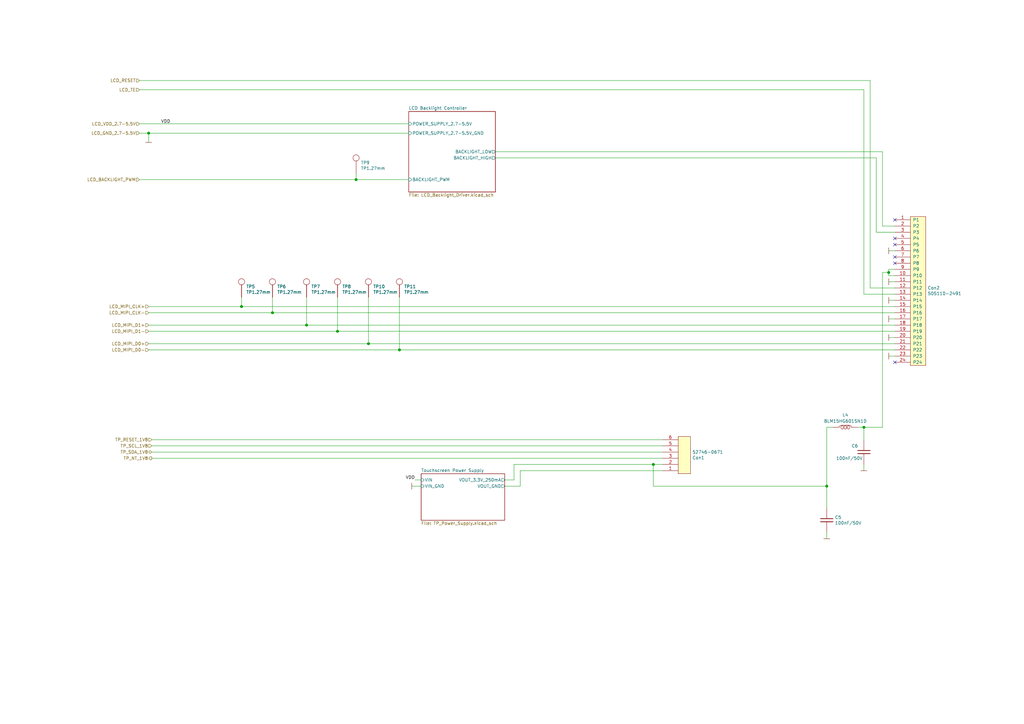
<source format=kicad_sch>
(kicad_sch (version 20211123) (generator eeschema)
  (paper "A3")
  (title_block (title "LCD MiPi and Touchscreen module") (date "2020-12-19") (rev "V1.0") (company "Embedded System Labs") (comment 1 "PH720128T004-ZBC02") (comment 2 "5.0 IPS 720X1280 MIPI +CTP"))
  (lib_symbols
    (symbol "Capacitors_Smd0603:100n" (pin_numbers hide) (pin_names (offset 0.254))
      (property "Reference" "C" (at 1.27 2.54 0))
      (property "Value" "100n" (at 1.27 -2.54 0))
      (symbol "100n_0_1"
        (polyline (pts (xy 2.54 -0.635) (xy -2.54 -0.635) (xy -2.54 -0.635)) (stroke (width 0.3048)))
        (polyline (pts (xy 2.54 0.635) (xy -2.54 0.635) (xy -2.54 0.635)) (stroke (width 0.3048)))
      )
      (symbol "100n_1_1"
        (pin passive line (at 0 5.08 270) (length 4.4704) (name "~") (number "1"))
        (pin passive line (at 0 -5.08 90) (length 4.4704) (name "~") (number "2"))
      )
    )
    (symbol "Fpc_Connectors:24pin_505110-2491_0.5mm" (pin_names (offset 1.016))
      (property "Reference" "Con" (at 3.81 31.75 0))
      (property "Value" "24pin_505110-2491_0.5mm" (at 10.16 -2.54 90))
      (symbol "24pin_505110-2491_0.5mm_0_1"
        (rectangle (start 0 30.48) (end 6.35 -30.48) (fill (type background)))
      )
      (symbol "24pin_505110-2491_0.5mm_1_1"
        (pin passive line (at -6.35 29.21 0) (length 6.35) (name "P1") (number "1"))
        (pin passive line (at -6.35 6.35 0) (length 6.35) (name "P10") (number "10"))
        (pin passive line (at -6.35 3.81 0) (length 6.35) (name "P11") (number "11"))
        (pin passive line (at -6.35 1.27 0) (length 6.35) (name "P12") (number "12"))
        (pin passive line (at -6.35 -1.27 0) (length 6.35) (name "P13") (number "13"))
        (pin passive line (at -6.35 -3.81 0) (length 6.35) (name "P14") (number "14"))
        (pin passive line (at -6.35 -6.35 0) (length 6.35) (name "P15") (number "15"))
        (pin passive line (at -6.35 -8.89 0) (length 6.35) (name "P16") (number "16"))
        (pin passive line (at -6.35 -11.43 0) (length 6.35) (name "P17") (number "17"))
        (pin passive line (at -6.35 -13.97 0) (length 6.35) (name "P18") (number "18"))
        (pin passive line (at -6.35 -16.51 0) (length 6.35) (name "P19") (number "19"))
        (pin passive line (at -6.35 26.67 0) (length 6.35) (name "P2") (number "2"))
        (pin passive line (at -6.35 -19.05 0) (length 6.35) (name "P20") (number "20"))
        (pin passive line (at -6.35 -21.59 0) (length 6.35) (name "P21") (number "21"))
        (pin passive line (at -6.35 -24.13 0) (length 6.35) (name "P22") (number "22"))
        (pin passive line (at -6.35 -26.67 0) (length 6.35) (name "P23") (number "23"))
        (pin passive line (at -6.35 -29.21 0) (length 6.35) (name "P24") (number "24"))
        (pin passive line (at -6.35 24.13 0) (length 6.35) (name "P3") (number "3"))
        (pin passive line (at -6.35 21.59 0) (length 6.35) (name "P4") (number "4"))
        (pin passive line (at -6.35 19.05 0) (length 6.35) (name "P5") (number "5"))
        (pin passive line (at -6.35 16.51 0) (length 6.35) (name "P6") (number "6"))
        (pin passive line (at -6.35 13.97 0) (length 6.35) (name "P7") (number "7"))
        (pin passive line (at -6.35 11.43 0) (length 6.35) (name "P8") (number "8"))
        (pin passive line (at -6.35 8.89 0) (length 6.35) (name "P9") (number "9"))
      )
    )
    (symbol "Fpc_Connectors:52746-0671" (pin_names (offset 1.016) hide)
      (property "Reference" "Con" (at 6.35 0 90))
      (property "Value" "52746-0671" (at 3.81 0 90))
      (symbol "52746-0671_1_1"
        (rectangle (start 0 7.62) (end 5.08 -7.62) (fill (type background)))
        (pin passive line (at -6.35 6.35 0) (length 6.35) (name "P1") (number "1"))
        (pin passive line (at -6.35 3.81 0) (length 6.35) (name "P2") (number "2"))
        (pin passive line (at -6.35 1.27 0) (length 6.35) (name "P3") (number "3"))
        (pin passive line (at -6.35 -1.27 0) (length 6.35) (name "P4") (number "4"))
        (pin passive line (at -6.35 -3.81 0) (length 6.35) (name "P5") (number "5"))
        (pin passive line (at -6.35 -6.35 0) (length 6.35) (name "P6") (number "6"))
      )
    )
    (symbol "Inductors:BLM15HG601SN1D" (pin_numbers hide) (pin_names (offset 1.016) hide)
      (property "Reference" "L" (at -2.54 0 90))
      (property "Value" "BLM15HG601SN1D" (at 2.54 0 90))
      (symbol "BLM15HG601SN1D_1_1"
        (arc (start -0.762 -1.27) (mid 0 -1.8192) (end 0.762 -1.27))
        (arc (start -0.762 0) (mid 0 -0.5492) (end 0.762 0))
        (arc (start -0.762 1.27) (mid 0 0.7208) (end 0.762 1.27))
        (arc (start 0 -2.54) (mid 0.6706 -2.0788) (end 0.762 -1.27))
        (arc (start 0.762 -1.27) (mid 0 -0.7208) (end -0.762 -1.27))
        (arc (start 0.762 -1.27) (mid 0.872 -0.635) (end 0.762 0))
        (arc (start 0.762 0) (mid 0 0.5492) (end -0.762 0))
        (arc (start 0.762 0) (mid 0.9119 0.635) (end 0.762 1.27))
        (arc (start 0.762 1.27) (mid 0 1.8192) (end -0.762 1.27))
        (arc (start 0.762 1.27) (mid 0.688 2.0892) (end 0 2.54))
        (pin passive line (at 0 5.08 270) (length 2.54) (name "1") (number "1"))
        (pin passive line (at 0 -5.08 90) (length 2.54) (name "2") (number "2"))
      )
    )
    (symbol "Test_Points:Test_Point_1.27mm" (pin_numbers hide) (pin_names (offset 0) hide)
      (property "Reference" "TP" (at 0 -2.54 0))
      (property "Value" "Test_Point_1.27mm" (at 0 2.54 0))
      (symbol "Test_Point_1.27mm_0_1"
        (circle (center 0 0) (radius 1.27))
      )
      (symbol "Test_Point_1.27mm_1_1"
        (pin passive line (at 6.35 0 180) (length 5.08) (name "TP") (number "1"))
      )
    )
    (symbol "power:GND" (power) (pin_names (offset 0))
      (symbol "GND_0_1"
        (polyline (pts (xy -1.27 0) (xy 1.27 0)))
      )
      (symbol "GND_1_1"
        (pin power_in line (at 0 0 180) (length 0) hide (name "GND") (number "1"))
      )
    )
  )
  (junction (at 163.83 143.51) (diameter 1.016))
  (junction (at 146.05 73.66) (diameter 1.016))
  (junction (at 111.76 128.27) (diameter 1.016))
  (junction (at 339.09 199.39) (diameter 1.016))
  (junction (at 151.13 140.97) (diameter 1.016))
  (junction (at 267.97 190.5) (diameter 1.016))
  (junction (at 125.73 133.35) (diameter 1.016))
  (junction (at 364.49 111.76) (diameter 1.016))
  (junction (at 138.43 135.89) (diameter 1.016))
  (junction (at 354.33 175.26) (diameter 1.016))
  (junction (at 99.06 125.73) (diameter 1.016))
  (junction (at 60.96 54.61) (diameter 1.016))
  (no_connect (at 367.03 97.79))
  (no_connect (at 367.03 100.33))
  (no_connect (at 367.03 90.17))
  (no_connect (at 367.03 105.41))
  (no_connect (at 367.03 148.59))
  (no_connect (at 367.03 107.95))
  (wire (pts (xy 267.97 190.5) (xy 271.78 190.5)))
  (wire (pts (xy 354.33 175.26) (xy 361.95 175.26)))
  (wire (pts (xy 125.73 133.35) (xy 60.96 133.35)))
  (wire (pts (xy 367.03 133.35) (xy 125.73 133.35)))
  (wire (pts (xy 361.95 62.23) (xy 361.95 92.71)))
  (wire (pts (xy 339.09 175.26) (xy 339.09 199.39)))
  (wire (pts (xy 151.13 121.92) (xy 151.13 140.97)))
  (wire (pts (xy 367.03 113.03) (xy 364.49 113.03)))
  (wire (pts (xy 364.49 123.19) (xy 367.03 123.19)))
  (wire (pts (xy 99.06 121.92) (xy 99.06 125.73)))
  (wire (pts (xy 354.33 120.65) (xy 367.03 120.65)))
  (wire (pts (xy 146.05 71.12) (xy 146.05 73.66)))
  (wire (pts (xy 99.06 125.73) (xy 60.96 125.73)))
  (wire (pts (xy 367.03 125.73) (xy 99.06 125.73)))
  (wire (pts (xy 364.49 102.87) (xy 367.03 102.87)))
  (wire (pts (xy 62.23 185.42) (xy 271.78 185.42)))
  (wire (pts (xy 62.23 180.34) (xy 271.78 180.34)))
  (wire (pts (xy 172.72 196.85) (xy 170.18 196.85)))
  (wire (pts (xy 364.49 110.49) (xy 367.03 110.49)))
  (wire (pts (xy 125.73 121.92) (xy 125.73 133.35)))
  (wire (pts (xy 354.33 180.34) (xy 354.33 175.26)))
  (wire (pts (xy 364.49 113.03) (xy 364.49 111.76)))
  (wire (pts (xy 163.83 121.92) (xy 163.83 143.51)))
  (wire (pts (xy 361.95 92.71) (xy 367.03 92.71)))
  (wire (pts (xy 339.09 220.98) (xy 339.09 218.44)))
  (wire (pts (xy 60.96 54.61) (xy 60.96 58.42)))
  (wire (pts (xy 60.96 54.61) (xy 57.15 54.61)))
  (wire (pts (xy 364.49 111.76) (xy 361.95 111.76)))
  (wire (pts (xy 354.33 36.83) (xy 57.15 36.83)))
  (wire (pts (xy 364.49 111.76) (xy 364.49 110.49)))
  (wire (pts (xy 361.95 111.76) (xy 361.95 175.26)))
  (wire (pts (xy 271.78 193.04) (xy 213.36 193.04)))
  (wire (pts (xy 367.03 118.11) (xy 356.87 118.11)))
  (wire (pts (xy 203.2 64.77) (xy 359.41 64.77)))
  (wire (pts (xy 364.49 146.05) (xy 367.03 146.05)))
  (wire (pts (xy 172.72 199.39) (xy 168.91 199.39)))
  (wire (pts (xy 354.33 120.65) (xy 354.33 36.83)))
  (wire (pts (xy 213.36 199.39) (xy 213.36 193.04)))
  (wire (pts (xy 364.49 130.81) (xy 367.03 130.81)))
  (wire (pts (xy 60.96 54.61) (xy 167.64 54.61)))
  (wire (pts (xy 138.43 121.92) (xy 138.43 135.89)))
  (wire (pts (xy 271.78 182.88) (xy 62.23 182.88)))
  (wire (pts (xy 207.01 199.39) (xy 213.36 199.39)))
  (wire (pts (xy 339.09 175.26) (xy 341.63 175.26)))
  (wire (pts (xy 210.82 196.85) (xy 207.01 196.85)))
  (wire (pts (xy 339.09 199.39) (xy 339.09 208.28)))
  (wire (pts (xy 111.76 128.27) (xy 60.96 128.27)))
  (wire (pts (xy 367.03 128.27) (xy 111.76 128.27)))
  (wire (pts (xy 267.97 199.39) (xy 339.09 199.39)))
  (wire (pts (xy 364.49 138.43) (xy 367.03 138.43)))
  (wire (pts (xy 367.03 143.51) (xy 163.83 143.51)))
  (wire (pts (xy 163.83 143.51) (xy 60.96 143.51)))
  (wire (pts (xy 354.33 193.04) (xy 354.33 190.5)))
  (wire (pts (xy 354.33 175.26) (xy 351.79 175.26)))
  (wire (pts (xy 210.82 190.5) (xy 210.82 196.85)))
  (wire (pts (xy 364.49 115.57) (xy 367.03 115.57)))
  (wire (pts (xy 359.41 95.25) (xy 359.41 64.77)))
  (wire (pts (xy 62.23 187.96) (xy 271.78 187.96)))
  (wire (pts (xy 267.97 199.39) (xy 267.97 190.5)))
  (wire (pts (xy 367.03 140.97) (xy 151.13 140.97)))
  (wire (pts (xy 151.13 140.97) (xy 60.96 140.97)))
  (wire (pts (xy 146.05 73.66) (xy 57.15 73.66)))
  (wire (pts (xy 167.64 73.66) (xy 146.05 73.66)))
  (wire (pts (xy 367.03 95.25) (xy 359.41 95.25)))
  (wire (pts (xy 367.03 135.89) (xy 138.43 135.89)))
  (wire (pts (xy 138.43 135.89) (xy 60.96 135.89)))
  (wire (pts (xy 210.82 190.5) (xy 267.97 190.5)))
  (wire (pts (xy 111.76 121.92) (xy 111.76 128.27)))
  (wire (pts (xy 57.15 50.8) (xy 167.64 50.8)))
  (wire (pts (xy 356.87 118.11) (xy 356.87 33.02)))
  (wire (pts (xy 203.2 62.23) (xy 361.95 62.23)))
  (wire (pts (xy 57.15 33.02) (xy 356.87 33.02)))
  (label "VDD" (at 66.04 50.8 0))
  (label "VDD" (at 170.18 196.85 180))
  (hierarchical_label "LCD_MIPI_CLK-" (shape input) (at 60.96 128.27 180))
  (hierarchical_label "LCD_GND_2.7-5.5V" (shape input) (at 57.15 54.61 180))
  (hierarchical_label "TP_RESET_1V8" (shape input) (at 62.23 180.34 180))
  (hierarchical_label "TP_NT_1V8" (shape output) (at 62.23 187.96 180))
  (hierarchical_label "LCD_RESET" (shape input) (at 57.15 33.02 180))
  (hierarchical_label "TP_SDA_1V8" (shape bidirectional) (at 62.23 185.42 180))
  (hierarchical_label "LCD_MIPI_D1-" (shape input) (at 60.96 135.89 180))
  (hierarchical_label "LCD_VDD_2.7-5.5V" (shape input) (at 57.15 50.8 180))
  (hierarchical_label "LCD_BACKLIGHT_PWM" (shape input) (at 57.15 73.66 180))
  (hierarchical_label "LCD_MIPI_D0-" (shape input) (at 60.96 143.51 180))
  (hierarchical_label "LCD_TE" (shape input) (at 57.15 36.83 180))
  (hierarchical_label "LCD_MIPI_D1+" (shape input) (at 60.96 133.35 180))
  (hierarchical_label "LCD_MIPI_CLK+" (shape input) (at 60.96 125.73 180))
  (hierarchical_label "LCD_MIPI_D0+" (shape input) (at 60.96 140.97 180))
  (hierarchical_label "TP_SCL_1V8" (shape input) (at 62.23 182.88 180))
  (symbol (lib_id "power:GND") (at 168.91 199.39 270) (unit 1)
    (property "Reference" "#PWR0128" (effects hide))
    (property "Value" "GND" (effects hide))
  )
  (symbol (lib_id "power:GND") (at 60.96 58.42 0) (unit 1)
    (property "Reference" "#PWR0129" (effects hide))
    (property "Value" "GND" (effects hide))
  )
  (symbol (lib_id "Inductors:BLM15HG601SN1D") (at 346.71 175.26 270) (mirror x) (unit 1)
    (property "Reference" "L4" (at 346.71 170.18 90))
    (property "Value" "BLM15HG601SN1D" (at 346.71 172.72 90))
    (property "Footprint" "Inductors:BLM15HG601SN1D_0402" (effects hide))
    (property "Datasheet" "C:/Wiktor/KiCad/KiCadWolowik/Schematic/Inductors/Components_Documentation/BLM15HG601SN1#.pdf" (effects hide))
  )
  (symbol (lib_id "Capacitors_Smd0603:100n") (at 339.09 213.36 0) (unit 1)
    (property "Reference" "C5" (at 342.4174 212.1916 0) (effects (justify left)))
    (property "Value" "100nF/50V" (at 342.4174 214.503 0) (effects (justify left)))
    (property "Footprint" "Capacitors_Smd_0603:100nF_0603" (effects hide))
    (property "Datasheet" "Capacitors/Smd_0603/Components_Documentation/KEM_C1005_Y5V_SMD.pdf" (effects hide))
    (property "Manufacturer" "SAMSUNG" (effects hide))
    (property "Manufacturer Part Number" "CL10B104JB8NNNC" (effects hide))
    (property "Supplier" "TME" (effects hide))
    (property "Supplier Part Number" "CL10B104JB8NNNC" (effects hide))
    (property "URL" "https://www.tme.eu/pl/details/cl10b104jb8nnnc/kondensatory-mlcc-smd-0603/samsung/" (effects hide))
    (property "Price@1pc" "0,04540" (effects hide))
    (property "Price@1000pcs" "0,02231" (effects hide))
    (property "Package" "0603" (effects hide))
  )
  (symbol (lib_id "Capacitors_Smd0603:100n") (at 354.33 185.42 0) (unit 1)
    (property "Reference" "C6" (at 349.25 182.88 0) (effects (justify left)))
    (property "Value" "100nF/50V" (at 342.9 187.96 0) (effects (justify left)))
    (property "Footprint" "Capacitors_Smd_0603:100nF_0603" (effects hide))
    (property "Datasheet" "Capacitors/Smd_0603/Components_Documentation/KEM_C1005_Y5V_SMD.pdf" (effects hide))
    (property "Manufacturer" "SAMSUNG" (effects hide))
    (property "Manufacturer Part Number" "CL10B104JB8NNNC" (effects hide))
    (property "Supplier" "TME" (effects hide))
    (property "Supplier Part Number" "CL10B104JB8NNNC" (effects hide))
    (property "URL" "https://www.tme.eu/pl/details/cl10b104jb8nnnc/kondensatory-mlcc-smd-0603/samsung/" (effects hide))
    (property "Price@1pc" "0,04540" (effects hide))
    (property "Price@1000pcs" "0,02231" (effects hide))
    (property "Package" "0603" (effects hide))
  )
  (symbol (lib_id "power:GND") (at 339.09 220.98 0) (mirror x) (unit 1)
    (property "Reference" "#PWR0133" (effects hide))
    (property "Value" "GND" (effects hide))
  )
  (symbol (lib_id "power:GND") (at 354.33 193.04 0) (mirror x) (unit 1)
    (property "Reference" "#PWR0134" (effects hide))
    (property "Value" "GND" (effects hide))
  )
  (symbol (lib_id "Fpc_Connectors:24pin_505110-2491_0.5mm") (at 373.38 119.38 0) (unit 1)
    (property "Reference" "Con2" (at 380.4412 118.0846 0) (effects (justify left)))
    (property "Value" "505110-2491" (at 380.4412 120.396 0) (effects (justify left)))
    (property "Footprint" "Fpc_Connectors:505110-2491" (effects hide))
    (property "Datasheet" "https://pl.mouser.com/datasheet/2/276/2/5051102491_FFC_FPC_CONNECTORS-705759.pdf" (effects hide))
    (property "Manufacturer" "MOLEX" (effects hide))
    (property "Manufacturer Part Number" "505110-2491" (effects hide))
    (property "Supplier" "Mouser" (effects hide))
    (property "Supplier Part Number" "538-505110-2491" (effects hide))
    (property "URL" "https://pl.mouser.com/ProductDetail/Molex/505110-2491?qs=fSIr1QPo%2F%2FQZaS1NuXTizw%3D%3D" (effects hide))
    (property "Price@1pc" "3,13" (effects hide))
    (property "Price@1000pcs" "1,74" (effects hide))
    (property "Developer" "MW" (effects hide))
    (property "Package" "SMD/SMT FPC/FFC" (effects hide))
  )
  (symbol (lib_id "Fpc_Connectors:52746-0671") (at 278.13 186.69 0) (mirror x) (unit 1)
    (property "Reference" "Con1" (at 283.9212 187.7314 0) (effects (justify left)))
    (property "Value" "52746-0671" (at 283.9212 185.42 0) (effects (justify left)))
    (property "Footprint" "Fpc_Connectors:52746-0671" (effects hide))
    (property "Datasheet" "https://pl.mouser.com/datasheet/2/276/0527460671_FFC_FPC_CONNECTORS-170646.pdf" (effects hide))
    (property "Manufacturer" "MOLEX" (effects hide))
    (property "Manufacturer Part Number" "52746-0671" (effects hide))
    (property "Supplier" "Mouser" (effects hide))
    (property "Supplier Part Number" "538-52746-0671" (effects hide))
    (property "URL" "https://pl.mouser.com/ProductDetail/Molex/52746-0671?qs=6mwHGXDh%252BQw5M6CFKCiadw%3D%3D" (effects hide))
    (property "Price@1pc" "3,24" (effects hide))
    (property "Price@1000pcs" "1,62" (effects hide))
    (property "Developer" "MW" (effects hide))
    (property "Package" "fpc-6pos" (effects hide))
  )
  (symbol (lib_id "power:GND") (at 364.49 102.87 90) (mirror x) (unit 1)
    (property "Reference" "#PWR0102" (effects hide))
    (property "Value" "GND" (effects hide))
  )
  (symbol (lib_id "power:GND") (at 364.49 146.05 90) (mirror x) (unit 1)
    (property "Reference" "#PWR0103" (effects hide))
    (property "Value" "GND" (effects hide))
  )
  (symbol (lib_id "power:GND") (at 364.49 138.43 90) (mirror x) (unit 1)
    (property "Reference" "#PWR0104" (effects hide))
    (property "Value" "GND" (effects hide))
  )
  (symbol (lib_id "power:GND") (at 364.49 130.81 90) (mirror x) (unit 1)
    (property "Reference" "#PWR0105" (effects hide))
    (property "Value" "GND" (effects hide))
  )
  (symbol (lib_id "power:GND") (at 364.49 123.19 90) (mirror x) (unit 1)
    (property "Reference" "#PWR0106" (effects hide))
    (property "Value" "GND" (effects hide))
  )
  (symbol (lib_id "power:GND") (at 364.49 115.57 90) (mirror x) (unit 1)
    (property "Reference" "#PWR0107" (effects hide))
    (property "Value" "GND" (effects hide))
  )
  (symbol (lib_id "Test_Points:Test_Point_1.27mm") (at 151.13 115.57 270) (unit 1)
    (property "Reference" "TP10" (at 153.0351 117.5396 90) (effects (justify left)))
    (property "Value" "TP1.27mm" (at 153.0351 119.8383 90) (effects (justify left)))
    (property "Footprint" "Test_Points:Test_Point_1.27mm" (effects hide))
  )
  (symbol (lib_id "Test_Points:Test_Point_1.27mm") (at 163.83 115.57 270) (unit 1)
    (property "Reference" "TP11" (at 165.7351 117.5396 90) (effects (justify left)))
    (property "Value" "TP1.27mm" (at 165.7351 119.8383 90) (effects (justify left)))
    (property "Footprint" "Test_Points:Test_Point_1.27mm" (effects hide))
  )
  (symbol (lib_id "Test_Points:Test_Point_1.27mm") (at 111.76 115.57 270) (unit 1)
    (property "Reference" "TP6" (at 113.6651 117.5396 90) (effects (justify left)))
    (property "Value" "TP1.27mm" (at 113.6651 119.8383 90) (effects (justify left)))
    (property "Footprint" "Test_Points:Test_Point_1.27mm" (effects hide))
  )
  (symbol (lib_id "Test_Points:Test_Point_1.27mm") (at 99.06 115.57 270) (unit 1)
    (property "Reference" "TP5" (at 100.9651 117.5396 90) (effects (justify left)))
    (property "Value" "TP1.27mm" (at 100.9651 119.8383 90) (effects (justify left)))
    (property "Footprint" "Test_Points:Test_Point_1.27mm" (effects hide))
  )
  (symbol (lib_id "Test_Points:Test_Point_1.27mm") (at 138.43 115.57 270) (unit 1)
    (property "Reference" "TP8" (at 140.3351 117.5396 90) (effects (justify left)))
    (property "Value" "TP1.27mm" (at 140.3351 119.8383 90) (effects (justify left)))
    (property "Footprint" "Test_Points:Test_Point_1.27mm" (effects hide))
  )
  (symbol (lib_id "Test_Points:Test_Point_1.27mm") (at 125.73 115.57 270) (unit 1)
    (property "Reference" "TP7" (at 127.6351 117.5396 90) (effects (justify left)))
    (property "Value" "TP1.27mm" (at 127.6351 119.8383 90) (effects (justify left)))
    (property "Footprint" "Test_Points:Test_Point_1.27mm" (effects hide))
  )
  (symbol (lib_id "Test_Points:Test_Point_1.27mm") (at 146.05 64.77 270) (unit 1)
    (property "Reference" "TP9" (at 147.9551 66.7396 90) (effects (justify left)))
    (property "Value" "TP1.27mm" (at 147.9551 69.0383 90) (effects (justify left)))
    (property "Footprint" "Test_Points:Test_Point_1.27mm" (effects hide))
  )
  (sheet (at 167.64 45.72) (size 35.56 33.02)
    (property "Sheet name" "LCD Backlight Controller" (at 167.64 45.0845 0) (effects (justify left bottom)))
    (property "Sheet file" "LCD_Backlight_Driver.kicad_sch" (at 167.64 79.2485 0) (effects (justify left top)))
    (pin "BACKLIGHT_HIGH" output (at 203.2 64.77 0))
    (pin "BACKLIGHT_LOW" output (at 203.2 62.23 0))
    (pin "BACKLIGHT_PWM" input (at 167.64 73.66 180))
    (pin "POWER_SUPPLY_2.7-5.5V" input (at 167.64 50.8 180))
    (pin "POWER_SUPPLY_2.7-5.5V_GND" input (at 167.64 54.61 180))
  )
  (sheet (at 172.72 194.31) (size 34.29 19.05)
    (property "Sheet name" "Touchscreen Power Supply" (at 172.72 193.6745 0) (effects (justify left bottom)))
    (property "Sheet file" "TP_Power_Supply.kicad_sch" (at 172.72 213.8685 0) (effects (justify left top)))
    (pin "VIN" input (at 172.72 196.85 180))
    (pin "VOUT_GND" output (at 207.01 199.39 0))
    (pin "VIN_GND" input (at 172.72 199.39 180))
    (pin "VOUT_3.3V_250mA" output (at 207.01 196.85 0))
  )
)
</source>
